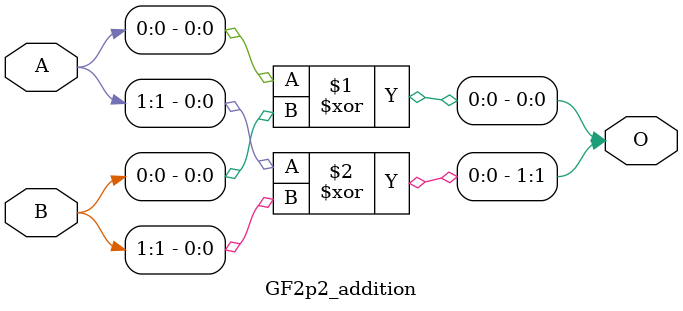
<source format=v>
`timescale 1ns / 1ps

//1
module GF2p2_addition(O,A,B);
input [1:0]A;
input [1:0]B;
output [1:0]O;
assign O[0]=A[0]^B[0];
assign O[1]=A[1]^B[1];
endmodule

</source>
